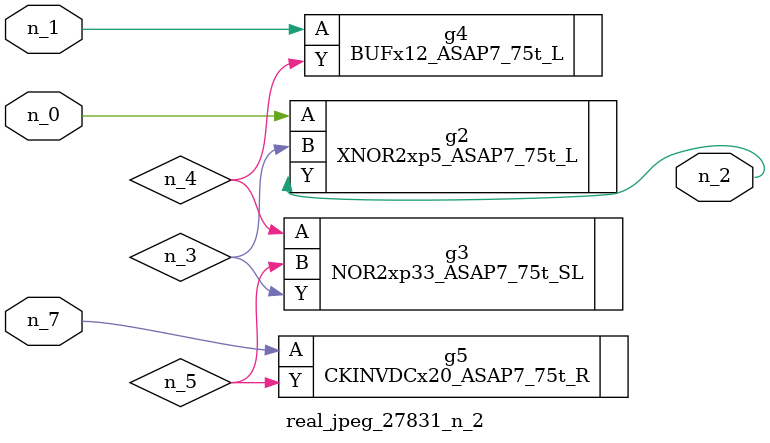
<source format=v>
module real_jpeg_27831_n_2 (n_1, n_0, n_7, n_2);

input n_1;
input n_0;
input n_7;

output n_2;

wire n_5;
wire n_4;
wire n_3;

XNOR2xp5_ASAP7_75t_L g2 ( 
.A(n_0),
.B(n_3),
.Y(n_2)
);

BUFx12_ASAP7_75t_L g4 ( 
.A(n_1),
.Y(n_4)
);

NOR2xp33_ASAP7_75t_SL g3 ( 
.A(n_4),
.B(n_5),
.Y(n_3)
);

CKINVDCx20_ASAP7_75t_R g5 ( 
.A(n_7),
.Y(n_5)
);


endmodule
</source>
